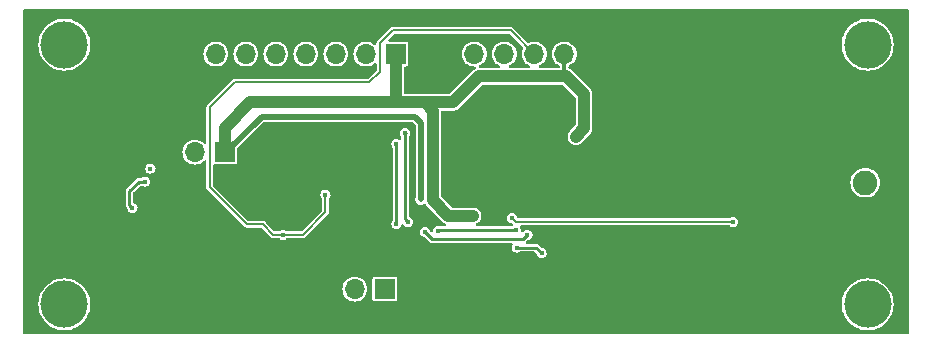
<source format=gbr>
%TF.GenerationSoftware,KiCad,Pcbnew,7.0.9*%
%TF.CreationDate,2024-11-24T18:14:13+08:00*%
%TF.ProjectId,node_v0.1,6e6f6465-5f76-4302-9e31-2e6b69636164,rev?*%
%TF.SameCoordinates,Original*%
%TF.FileFunction,Copper,L2,Bot*%
%TF.FilePolarity,Positive*%
%FSLAX46Y46*%
G04 Gerber Fmt 4.6, Leading zero omitted, Abs format (unit mm)*
G04 Created by KiCad (PCBNEW 7.0.9) date 2024-11-24 18:14:13*
%MOMM*%
%LPD*%
G01*
G04 APERTURE LIST*
%TA.AperFunction,ComponentPad*%
%ADD10R,1.700000X1.700000*%
%TD*%
%TA.AperFunction,ComponentPad*%
%ADD11O,1.700000X1.700000*%
%TD*%
%TA.AperFunction,ComponentPad*%
%ADD12C,2.082800*%
%TD*%
%TA.AperFunction,ComponentPad*%
%ADD13C,2.209800*%
%TD*%
%TA.AperFunction,ViaPad*%
%ADD14C,0.450000*%
%TD*%
%TA.AperFunction,ViaPad*%
%ADD15C,4.000000*%
%TD*%
%TA.AperFunction,ViaPad*%
%ADD16C,0.550000*%
%TD*%
%TA.AperFunction,Conductor*%
%ADD17C,0.250000*%
%TD*%
%TA.AperFunction,Conductor*%
%ADD18C,0.200000*%
%TD*%
%TA.AperFunction,Conductor*%
%ADD19C,0.500000*%
%TD*%
%TA.AperFunction,Conductor*%
%ADD20C,0.230000*%
%TD*%
%TA.AperFunction,Conductor*%
%ADD21C,0.152400*%
%TD*%
%TA.AperFunction,Conductor*%
%ADD22C,0.156000*%
%TD*%
%TA.AperFunction,Conductor*%
%ADD23C,0.100000*%
%TD*%
%TA.AperFunction,Conductor*%
%ADD24C,0.300000*%
%TD*%
%TA.AperFunction,Conductor*%
%ADD25C,1.000000*%
%TD*%
G04 APERTURE END LIST*
D10*
%TO.P,J5,1,Pin_1*%
%TO.N,+3.3V*%
X97075000Y-65100000D03*
D11*
%TO.P,J5,2,Pin_2*%
%TO.N,Net-(J5-Pin_2)*%
X94535000Y-65100000D03*
%TD*%
D10*
%TO.P,J4,1,Pin_1*%
%TO.N,+3.3V*%
X111560000Y-56800000D03*
D11*
%TO.P,J4,2,Pin_2*%
%TO.N,Net-(J4-Pin_2)*%
X109020000Y-56800000D03*
%TO.P,J4,3,Pin_3*%
%TO.N,Net-(J4-Pin_3)*%
X106480000Y-56800000D03*
%TO.P,J4,4,Pin_4*%
%TO.N,/MCU/PA15*%
X103940000Y-56800000D03*
%TO.P,J4,5,Pin_5*%
%TO.N,Net-(J4-Pin_5)*%
X101400000Y-56800000D03*
%TO.P,J4,6,Pin_6*%
%TO.N,Net-(J4-Pin_6)*%
X98860000Y-56800000D03*
%TO.P,J4,7,Pin_7*%
%TO.N,Net-(J4-Pin_7)*%
X96320000Y-56800000D03*
%TO.P,J4,8,Pin_8*%
%TO.N,GND*%
X93780000Y-56800000D03*
%TD*%
D10*
%TO.P,J1,1,Pin_1*%
%TO.N,GND*%
X115660000Y-56800000D03*
D11*
%TO.P,J1,2,Pin_2*%
%TO.N,/MCU/SWCLK*%
X118200000Y-56800000D03*
%TO.P,J1,3,Pin_3*%
%TO.N,/MCU/SWDIO*%
X120740000Y-56800000D03*
%TO.P,J1,4,Pin_4*%
%TO.N,~{RESET}*%
X123280000Y-56800000D03*
%TO.P,J1,5,Pin_5*%
%TO.N,+3.3V*%
X125820000Y-56800000D03*
%TD*%
D12*
%TO.P,AE1,1,A*%
%TO.N,Net-(AE1-A)*%
X151300000Y-67700000D03*
D13*
%TO.P,AE1,2,GND*%
%TO.N,GND*%
X153840000Y-65160000D03*
X148760000Y-65160000D03*
X153840000Y-70240000D03*
X148760000Y-70240000D03*
%TD*%
D10*
%TO.P,J2,1,Pin_1*%
%TO.N,Net-(J2-Pin_1)*%
X110625000Y-76700000D03*
D11*
%TO.P,J2,2,Pin_2*%
%TO.N,Net-(J2-Pin_2)*%
X108085000Y-76700000D03*
%TO.P,J2,3,Pin_3*%
%TO.N,GND*%
X105545000Y-76700000D03*
%TD*%
D14*
%TO.N,GND*%
X138600000Y-72000000D03*
X133700000Y-71900000D03*
X130000000Y-71900000D03*
X126900000Y-71900000D03*
X118100000Y-62800000D03*
X117000000Y-63800000D03*
X116000000Y-64800000D03*
X103800000Y-63100000D03*
X102300000Y-63100000D03*
X101100000Y-63100000D03*
X112900000Y-62900000D03*
X113700000Y-69900000D03*
X112900000Y-65700000D03*
X116800000Y-62000000D03*
X117700000Y-61000000D03*
X118800000Y-60000000D03*
X116100000Y-62500000D03*
X126100000Y-60200000D03*
X124800000Y-60200000D03*
X123200000Y-60200000D03*
X121700000Y-60200000D03*
X120400000Y-61200000D03*
X121200000Y-61200000D03*
X121900000Y-61200000D03*
X122600000Y-61200000D03*
X100900000Y-69500000D03*
X100900000Y-68800000D03*
X101500000Y-65000000D03*
X100900000Y-65700000D03*
X100900000Y-66500000D03*
X100900000Y-67300000D03*
X94000000Y-70300000D03*
X94000000Y-69600000D03*
X116500000Y-66300000D03*
X117200000Y-66300000D03*
X115900000Y-66900000D03*
X115900000Y-68300000D03*
X139800000Y-69600000D03*
X139800000Y-66800000D03*
X131400000Y-69600000D03*
X130600000Y-69300000D03*
X139100000Y-66100000D03*
X126200000Y-69400000D03*
X127600000Y-69600000D03*
X129600000Y-69500000D03*
X128800000Y-69500000D03*
X131000000Y-67600000D03*
X133000000Y-65200000D03*
X132300000Y-65200000D03*
X131600000Y-65200000D03*
X130900000Y-65200000D03*
X150500000Y-69300000D03*
X151500000Y-69500000D03*
X152600000Y-68900000D03*
X153000000Y-67900000D03*
X152700000Y-66600000D03*
X151700000Y-65900000D03*
X150400000Y-66100000D03*
X142700000Y-68800000D03*
X147200000Y-68800000D03*
X148300000Y-68800000D03*
X149600000Y-68800000D03*
X149500000Y-66600000D03*
X148300000Y-66600000D03*
X147200000Y-66600000D03*
X137000000Y-65900000D03*
X136100000Y-65900000D03*
X135200000Y-65900000D03*
X134200000Y-65900000D03*
X139800000Y-66100000D03*
X138400000Y-66100000D03*
X139200000Y-69600000D03*
D15*
%TO.N,*%
X151500000Y-56000000D03*
X151500000Y-78000000D03*
X83500000Y-78000000D03*
X83500000Y-56000000D03*
D14*
%TO.N,GND*%
X112700000Y-72100000D03*
X106300000Y-63300000D03*
X107400000Y-64000000D03*
X109100000Y-67700000D03*
X110600000Y-69100000D03*
X113600000Y-70600000D03*
X122500000Y-69400000D03*
X122600000Y-68500000D03*
X123500000Y-69400000D03*
X123500000Y-68500000D03*
X124400000Y-69400000D03*
X124400000Y-68500000D03*
X124400000Y-67600000D03*
X123500000Y-67600000D03*
X122600000Y-67600000D03*
X87000000Y-64750000D03*
X85900000Y-64900000D03*
X85900000Y-63800000D03*
X93800000Y-61200000D03*
X93800000Y-59400000D03*
X93800000Y-66900000D03*
X94700000Y-66900000D03*
X94000000Y-67700000D03*
X94000000Y-68300000D03*
X94000000Y-68900000D03*
X93424503Y-70600000D03*
X92800000Y-70600000D03*
X92100000Y-70600000D03*
X91400000Y-70600000D03*
X130700000Y-70100000D03*
X129300000Y-70100000D03*
X127900000Y-70100000D03*
X146000000Y-66600000D03*
X146200000Y-69500000D03*
X145400000Y-68800000D03*
X144400000Y-68800000D03*
X143600000Y-69500000D03*
X141700000Y-68800000D03*
X145000000Y-66600000D03*
X144000000Y-66600000D03*
X142900000Y-66600000D03*
X141900000Y-66600000D03*
X142800000Y-64300000D03*
X141800000Y-63400000D03*
X139800000Y-68700000D03*
X139800000Y-67400000D03*
X140900000Y-71900000D03*
X142000000Y-71900000D03*
X138500000Y-69600000D03*
X137600000Y-69600000D03*
X136700000Y-69600000D03*
X135700000Y-69600000D03*
X134700000Y-69600000D03*
X133700000Y-69600000D03*
X132800000Y-69600000D03*
X132100000Y-69600000D03*
X131700000Y-67700000D03*
X132700000Y-67700000D03*
X133700000Y-67700000D03*
X134700000Y-67700000D03*
X135700000Y-67700000D03*
X136900000Y-67700000D03*
X137800000Y-67700000D03*
X139800000Y-68100000D03*
X137600000Y-64700000D03*
X136400000Y-64700000D03*
X135100000Y-64700000D03*
X134100000Y-64700000D03*
X130100000Y-64700000D03*
X131600000Y-63800000D03*
X130100000Y-63800000D03*
X128500000Y-63800000D03*
X126400000Y-62200000D03*
X119500000Y-61300000D03*
X125100000Y-61200000D03*
X124500000Y-61200000D03*
X123800000Y-61200000D03*
X123200000Y-61200000D03*
X120600000Y-60200000D03*
X118900000Y-62300000D03*
X118900000Y-63500000D03*
X120100000Y-64500000D03*
X123800000Y-64700000D03*
X124500000Y-64300000D03*
X120500000Y-65700000D03*
X115900000Y-68900000D03*
X119100000Y-66300000D03*
X118500000Y-66300000D03*
X117875497Y-66300000D03*
X115900000Y-66100000D03*
X115900000Y-67600000D03*
X88300000Y-67000000D03*
X88300000Y-66000000D03*
X88300000Y-64900000D03*
X88300000Y-63800000D03*
X99300000Y-72900000D03*
X99300000Y-71900000D03*
X104800000Y-72700000D03*
X105800000Y-72700000D03*
X106200000Y-71400000D03*
X109100000Y-69100000D03*
X110600000Y-67700000D03*
X109800000Y-68400000D03*
X100900000Y-68100000D03*
X101800000Y-69500000D03*
X104400000Y-66300000D03*
X104300000Y-64900000D03*
X106300000Y-64800000D03*
%TO.N,Net-(J3-Pin_1)*%
X90300000Y-67600000D03*
X89257914Y-69810432D03*
%TO.N,Net-(J5-Pin_2)*%
X90780000Y-66500000D03*
%TO.N,GND*%
X126600000Y-69900000D03*
X121500000Y-65700000D03*
X119300000Y-68200000D03*
%TO.N,/Lora/DIO2*%
X140100000Y-71000000D03*
X121400000Y-70700000D03*
D16*
%TO.N,+3.3V*%
X126800000Y-63800000D03*
X118100000Y-70500000D03*
D14*
%TO.N,Net-(J4-Pin_3)*%
X111605731Y-64405731D03*
%TO.N,Net-(J4-Pin_2)*%
X112320231Y-63500000D03*
%TO.N,Net-(J4-Pin_3)*%
X111605731Y-71195274D03*
%TO.N,Net-(J4-Pin_2)*%
X112585500Y-71000000D03*
%TO.N,~{LORA_RST}*%
X122700000Y-72100000D03*
X114014500Y-71837522D03*
%TO.N,LORA_BUSY*%
X121700000Y-71700000D03*
X115115092Y-71756000D03*
%TO.N,SPI_MOSI*%
X123894772Y-73655500D03*
X121800000Y-73185500D03*
%TO.N,+3.3V*%
X113665723Y-69115024D03*
%TO.N,~{RESET}*%
X102000000Y-72100000D03*
X105600000Y-68700000D03*
%TD*%
D17*
%TO.N,Net-(J3-Pin_1)*%
X89800000Y-67600000D02*
X90300000Y-67600000D01*
X89000000Y-68400000D02*
X89800000Y-67600000D01*
X89000000Y-69552518D02*
X89000000Y-68400000D01*
X89257914Y-69810432D02*
X89000000Y-69552518D01*
D18*
%TO.N,GND*%
X119300000Y-66700000D02*
X120300000Y-65700000D01*
X120300000Y-65700000D02*
X121500000Y-65700000D01*
X119300000Y-68200000D02*
X119300000Y-66700000D01*
D19*
%TO.N,+3.3V*%
X113700000Y-62600000D02*
X113200000Y-62100000D01*
X113200000Y-62100000D02*
X100200000Y-62100000D01*
X113700000Y-69080747D02*
X113700000Y-62600000D01*
X113665723Y-69115024D02*
X113700000Y-69080747D01*
X100200000Y-62100000D02*
X97200000Y-65100000D01*
X97200000Y-65100000D02*
X97075000Y-65100000D01*
D20*
%TO.N,Net-(J4-Pin_2)*%
X112320231Y-70734731D02*
X112320231Y-63500000D01*
X112585500Y-71000000D02*
X112320231Y-70734731D01*
X112400000Y-63500000D02*
X112320231Y-63500000D01*
D21*
%TO.N,~{RESET}*%
X101200000Y-72100000D02*
X102400000Y-72100000D01*
X100323800Y-71223800D02*
X101200000Y-72100000D01*
X98923800Y-71223800D02*
X100323800Y-71223800D01*
X95800000Y-68100000D02*
X98923800Y-71223800D01*
X97900000Y-59200000D02*
X95800000Y-61300000D01*
X109300000Y-59200000D02*
X97900000Y-59200000D01*
X110200000Y-55900000D02*
X110200000Y-58300000D01*
X121280000Y-54800000D02*
X111300000Y-54800000D01*
X123280000Y-56800000D02*
X121280000Y-54800000D01*
X111300000Y-54800000D02*
X110200000Y-55900000D01*
X110200000Y-58300000D02*
X109300000Y-59200000D01*
X95800000Y-61300000D02*
X95800000Y-68100000D01*
X102400000Y-72100000D02*
X102000000Y-72100000D01*
X103700000Y-72100000D02*
X102400000Y-72100000D01*
D22*
%TO.N,/Lora/DIO2*%
X121700000Y-71000000D02*
X140100000Y-71000000D01*
X121400000Y-70700000D02*
X121700000Y-71000000D01*
D23*
%TO.N,+3.3V*%
X125820000Y-58520000D02*
X126000000Y-58700000D01*
D24*
X125820000Y-56800000D02*
X125820000Y-58520000D01*
D25*
X126000000Y-58700000D02*
X127500000Y-60200000D01*
X117600000Y-59700000D02*
X118600000Y-58700000D01*
X118600000Y-58700000D02*
X126000000Y-58700000D01*
X116000000Y-70500000D02*
X118100000Y-70500000D01*
X114700000Y-69200000D02*
X116000000Y-70500000D01*
X114700000Y-61600000D02*
X114700000Y-69200000D01*
X114000000Y-60900000D02*
X114700000Y-61600000D01*
X112900000Y-60900000D02*
X114000000Y-60900000D01*
X127500000Y-63100000D02*
X126800000Y-63800000D01*
X127500000Y-60200000D02*
X127500000Y-63100000D01*
X116400000Y-60900000D02*
X117600000Y-59700000D01*
X112900000Y-60900000D02*
X116400000Y-60900000D01*
X127000000Y-59700000D02*
X127500000Y-60200000D01*
X111700000Y-60900000D02*
X112900000Y-60900000D01*
D20*
%TO.N,LORA_BUSY*%
X115115092Y-71756000D02*
X115171092Y-71700000D01*
X115171092Y-71700000D02*
X121700000Y-71700000D01*
%TO.N,~{LORA_RST}*%
X122329500Y-72470500D02*
X122700000Y-72100000D01*
X114014500Y-71837522D02*
X114647478Y-72470500D01*
X114647478Y-72470500D02*
X122329500Y-72470500D01*
D25*
%TO.N,+3.3V*%
X111560000Y-56900000D02*
X111560000Y-60760000D01*
X111560000Y-60760000D02*
X111700000Y-60900000D01*
X99200000Y-60900000D02*
X111700000Y-60900000D01*
X97075000Y-63025000D02*
X99200000Y-60900000D01*
X97075000Y-65100000D02*
X97075000Y-63025000D01*
D20*
%TO.N,Net-(J4-Pin_3)*%
X111600000Y-64400000D02*
X111605731Y-64405731D01*
X111605731Y-71195274D02*
X111605731Y-64405731D01*
%TO.N,SPI_MOSI*%
X123424772Y-73185500D02*
X123894772Y-73655500D01*
X121800000Y-73185500D02*
X123424772Y-73185500D01*
D21*
%TO.N,~{RESET}*%
X105600000Y-70200000D02*
X103700000Y-72100000D01*
X105600000Y-68700000D02*
X105600000Y-70200000D01*
%TD*%
%TA.AperFunction,Conductor*%
%TO.N,GND*%
G36*
X121181064Y-55096385D02*
G01*
X121201706Y-55113019D01*
X122302425Y-56213738D01*
X122335910Y-56275061D01*
X122330926Y-56344753D01*
X122324104Y-56359869D01*
X122304769Y-56396043D01*
X122244699Y-56594067D01*
X122224417Y-56800000D01*
X122244699Y-57005932D01*
X122244700Y-57005934D01*
X122304768Y-57203954D01*
X122402315Y-57386450D01*
X122402317Y-57386452D01*
X122533589Y-57546410D01*
X122617906Y-57615606D01*
X122693550Y-57677685D01*
X122827943Y-57749520D01*
X122859040Y-57766142D01*
X122908884Y-57815105D01*
X122924344Y-57883243D01*
X122900512Y-57948922D01*
X122844954Y-57991291D01*
X122800586Y-57999500D01*
X121219414Y-57999500D01*
X121152375Y-57979815D01*
X121106620Y-57927011D01*
X121096676Y-57857853D01*
X121125701Y-57794297D01*
X121160960Y-57766142D01*
X121192057Y-57749520D01*
X121326450Y-57677685D01*
X121486410Y-57546410D01*
X121617685Y-57386450D01*
X121715232Y-57203954D01*
X121775300Y-57005934D01*
X121795583Y-56800000D01*
X121775300Y-56594066D01*
X121715232Y-56396046D01*
X121617685Y-56213550D01*
X121565702Y-56150209D01*
X121486410Y-56053589D01*
X121336121Y-55930252D01*
X121326450Y-55922315D01*
X121143954Y-55824768D01*
X120945934Y-55764700D01*
X120945932Y-55764699D01*
X120945934Y-55764699D01*
X120740000Y-55744417D01*
X120534067Y-55764699D01*
X120336043Y-55824769D01*
X120282272Y-55853511D01*
X120153550Y-55922315D01*
X120153548Y-55922316D01*
X120153547Y-55922317D01*
X119993589Y-56053589D01*
X119862317Y-56213547D01*
X119862315Y-56213550D01*
X119823643Y-56285898D01*
X119764769Y-56396043D01*
X119704699Y-56594067D01*
X119684417Y-56800000D01*
X119704699Y-57005932D01*
X119704700Y-57005934D01*
X119764768Y-57203954D01*
X119862315Y-57386450D01*
X119862317Y-57386452D01*
X119993589Y-57546410D01*
X120077906Y-57615606D01*
X120153550Y-57677685D01*
X120287943Y-57749520D01*
X120319040Y-57766142D01*
X120368884Y-57815105D01*
X120384344Y-57883243D01*
X120360512Y-57948922D01*
X120304954Y-57991291D01*
X120260586Y-57999500D01*
X118679414Y-57999500D01*
X118612375Y-57979815D01*
X118566620Y-57927011D01*
X118556676Y-57857853D01*
X118585701Y-57794297D01*
X118620960Y-57766142D01*
X118652057Y-57749520D01*
X118786450Y-57677685D01*
X118946410Y-57546410D01*
X119077685Y-57386450D01*
X119175232Y-57203954D01*
X119235300Y-57005934D01*
X119255583Y-56800000D01*
X119235300Y-56594066D01*
X119175232Y-56396046D01*
X119077685Y-56213550D01*
X119025702Y-56150209D01*
X118946410Y-56053589D01*
X118796121Y-55930252D01*
X118786450Y-55922315D01*
X118603954Y-55824768D01*
X118405934Y-55764700D01*
X118405932Y-55764699D01*
X118405934Y-55764699D01*
X118200000Y-55744417D01*
X117994067Y-55764699D01*
X117796043Y-55824769D01*
X117742272Y-55853511D01*
X117613550Y-55922315D01*
X117613548Y-55922316D01*
X117613547Y-55922317D01*
X117453589Y-56053589D01*
X117322317Y-56213547D01*
X117322315Y-56213550D01*
X117283643Y-56285898D01*
X117224769Y-56396043D01*
X117164699Y-56594067D01*
X117144417Y-56800000D01*
X117164699Y-57005932D01*
X117164700Y-57005934D01*
X117224768Y-57203954D01*
X117322315Y-57386450D01*
X117322317Y-57386452D01*
X117453589Y-57546410D01*
X117537906Y-57615606D01*
X117613550Y-57677685D01*
X117796046Y-57775232D01*
X117994066Y-57835300D01*
X117994065Y-57835300D01*
X118030282Y-57838867D01*
X118200000Y-57855583D01*
X118200001Y-57855582D01*
X118204288Y-57856005D01*
X118269075Y-57882166D01*
X118309434Y-57939200D01*
X118312551Y-58009000D01*
X118277437Y-58069405D01*
X118243033Y-58092480D01*
X118234947Y-58096119D01*
X118186135Y-58134360D01*
X118183120Y-58136579D01*
X118132072Y-58171816D01*
X118132065Y-58171822D01*
X118090935Y-58218248D01*
X118088368Y-58220974D01*
X117117191Y-59192151D01*
X116146162Y-60163181D01*
X116084839Y-60196666D01*
X116058481Y-60199500D01*
X114074927Y-60199500D01*
X114052576Y-60197469D01*
X114042607Y-60195642D01*
X114042603Y-60195642D01*
X113980697Y-60199387D01*
X113976952Y-60199500D01*
X112384500Y-60199500D01*
X112317461Y-60179815D01*
X112271706Y-60127011D01*
X112260500Y-60075500D01*
X112260500Y-57974500D01*
X112280185Y-57907461D01*
X112332989Y-57861706D01*
X112384500Y-57850500D01*
X112429750Y-57850500D01*
X112429751Y-57850499D01*
X112444568Y-57847552D01*
X112488229Y-57838868D01*
X112488229Y-57838867D01*
X112488231Y-57838867D01*
X112554552Y-57794552D01*
X112598867Y-57728231D01*
X112598867Y-57728229D01*
X112598868Y-57728229D01*
X112610499Y-57669752D01*
X112610500Y-57669750D01*
X112610500Y-55930249D01*
X112610499Y-55930247D01*
X112598868Y-55871770D01*
X112598867Y-55871769D01*
X112554552Y-55805447D01*
X112488230Y-55761132D01*
X112488229Y-55761131D01*
X112429752Y-55749500D01*
X112429748Y-55749500D01*
X111041175Y-55749500D01*
X110974136Y-55729815D01*
X110928381Y-55677011D01*
X110918437Y-55607853D01*
X110947462Y-55544297D01*
X110953494Y-55537819D01*
X111378294Y-55113019D01*
X111439617Y-55079534D01*
X111465975Y-55076700D01*
X121114025Y-55076700D01*
X121181064Y-55096385D01*
G37*
%TD.AperFunction*%
%TA.AperFunction,Conductor*%
G36*
X154943039Y-53019685D02*
G01*
X154988794Y-53072489D01*
X155000000Y-53124000D01*
X155000000Y-80375500D01*
X154980315Y-80442539D01*
X154927511Y-80488294D01*
X154876000Y-80499500D01*
X80124500Y-80499500D01*
X80057461Y-80479815D01*
X80011706Y-80427011D01*
X80000500Y-80375500D01*
X80000500Y-78000000D01*
X81294778Y-78000000D01*
X81313644Y-78287837D01*
X81313646Y-78287849D01*
X81369917Y-78570745D01*
X81369921Y-78570760D01*
X81462642Y-78843905D01*
X81590219Y-79102606D01*
X81590223Y-79102613D01*
X81750478Y-79342452D01*
X81940672Y-79559327D01*
X82157546Y-79749520D01*
X82397389Y-79909778D01*
X82656098Y-80037359D01*
X82929247Y-80130081D01*
X83212161Y-80186356D01*
X83500000Y-80205222D01*
X83787839Y-80186356D01*
X84070753Y-80130081D01*
X84343902Y-80037359D01*
X84602611Y-79909778D01*
X84842454Y-79749520D01*
X85059327Y-79559327D01*
X85249520Y-79342454D01*
X85409778Y-79102611D01*
X85537359Y-78843902D01*
X85630081Y-78570753D01*
X85686356Y-78287839D01*
X85705222Y-78000000D01*
X149294778Y-78000000D01*
X149313644Y-78287837D01*
X149313646Y-78287849D01*
X149369917Y-78570745D01*
X149369921Y-78570760D01*
X149462642Y-78843905D01*
X149590219Y-79102606D01*
X149590223Y-79102613D01*
X149750478Y-79342452D01*
X149940672Y-79559327D01*
X150157546Y-79749520D01*
X150397389Y-79909778D01*
X150656098Y-80037359D01*
X150929247Y-80130081D01*
X151212161Y-80186356D01*
X151500000Y-80205222D01*
X151787839Y-80186356D01*
X152070753Y-80130081D01*
X152343902Y-80037359D01*
X152602611Y-79909778D01*
X152842454Y-79749520D01*
X153059327Y-79559327D01*
X153249520Y-79342454D01*
X153409778Y-79102611D01*
X153537359Y-78843902D01*
X153630081Y-78570753D01*
X153686356Y-78287839D01*
X153705222Y-78000000D01*
X153686356Y-77712161D01*
X153630081Y-77429247D01*
X153537359Y-77156098D01*
X153409778Y-76897389D01*
X153249520Y-76657546D01*
X153059327Y-76440672D01*
X152842452Y-76250478D01*
X152602613Y-76090223D01*
X152602606Y-76090219D01*
X152343905Y-75962642D01*
X152070760Y-75869921D01*
X152070754Y-75869919D01*
X152070753Y-75869919D01*
X152070751Y-75869918D01*
X152070745Y-75869917D01*
X151787849Y-75813646D01*
X151787839Y-75813644D01*
X151500000Y-75794778D01*
X151212161Y-75813644D01*
X151212155Y-75813645D01*
X151212150Y-75813646D01*
X150929254Y-75869917D01*
X150929239Y-75869921D01*
X150656094Y-75962642D01*
X150397393Y-76090219D01*
X150397386Y-76090223D01*
X150157547Y-76250478D01*
X149940672Y-76440672D01*
X149750478Y-76657547D01*
X149590223Y-76897386D01*
X149590219Y-76897393D01*
X149462642Y-77156094D01*
X149369921Y-77429239D01*
X149369917Y-77429254D01*
X149313646Y-77712150D01*
X149313644Y-77712162D01*
X149294778Y-78000000D01*
X85705222Y-78000000D01*
X85686356Y-77712161D01*
X85630081Y-77429247D01*
X85537359Y-77156098D01*
X85409778Y-76897389D01*
X85277887Y-76700000D01*
X107029417Y-76700000D01*
X107049699Y-76905932D01*
X107049700Y-76905934D01*
X107109768Y-77103954D01*
X107207315Y-77286450D01*
X107207317Y-77286452D01*
X107338589Y-77446410D01*
X107435209Y-77525702D01*
X107498550Y-77577685D01*
X107681046Y-77675232D01*
X107879066Y-77735300D01*
X107879065Y-77735300D01*
X107897529Y-77737118D01*
X108085000Y-77755583D01*
X108290934Y-77735300D01*
X108488954Y-77675232D01*
X108671450Y-77577685D01*
X108681116Y-77569752D01*
X109574500Y-77569752D01*
X109586131Y-77628229D01*
X109586132Y-77628230D01*
X109630447Y-77694552D01*
X109696769Y-77738867D01*
X109696770Y-77738868D01*
X109755247Y-77750499D01*
X109755250Y-77750500D01*
X109755252Y-77750500D01*
X111494750Y-77750500D01*
X111494751Y-77750499D01*
X111509568Y-77747552D01*
X111553229Y-77738868D01*
X111553229Y-77738867D01*
X111553231Y-77738867D01*
X111619552Y-77694552D01*
X111663867Y-77628231D01*
X111663867Y-77628229D01*
X111663868Y-77628229D01*
X111675499Y-77569752D01*
X111675500Y-77569750D01*
X111675500Y-75830249D01*
X111675499Y-75830247D01*
X111663868Y-75771770D01*
X111663867Y-75771769D01*
X111619552Y-75705447D01*
X111553230Y-75661132D01*
X111553229Y-75661131D01*
X111494752Y-75649500D01*
X111494748Y-75649500D01*
X109755252Y-75649500D01*
X109755247Y-75649500D01*
X109696770Y-75661131D01*
X109696769Y-75661132D01*
X109630447Y-75705447D01*
X109586132Y-75771769D01*
X109586131Y-75771770D01*
X109574500Y-75830247D01*
X109574500Y-77569752D01*
X108681116Y-77569752D01*
X108831410Y-77446410D01*
X108962685Y-77286450D01*
X109060232Y-77103954D01*
X109120300Y-76905934D01*
X109140583Y-76700000D01*
X109120300Y-76494066D01*
X109060232Y-76296046D01*
X108962685Y-76113550D01*
X108838839Y-75962642D01*
X108831410Y-75953589D01*
X108681121Y-75830252D01*
X108671450Y-75822315D01*
X108488954Y-75724768D01*
X108290934Y-75664700D01*
X108290932Y-75664699D01*
X108290934Y-75664699D01*
X108085000Y-75644417D01*
X107879067Y-75664699D01*
X107681043Y-75724769D01*
X107593114Y-75771769D01*
X107498550Y-75822315D01*
X107498548Y-75822316D01*
X107498547Y-75822317D01*
X107338589Y-75953589D01*
X107207317Y-76113547D01*
X107109769Y-76296043D01*
X107049699Y-76494067D01*
X107029417Y-76700000D01*
X85277887Y-76700000D01*
X85249520Y-76657546D01*
X85059327Y-76440672D01*
X84842452Y-76250478D01*
X84602613Y-76090223D01*
X84602606Y-76090219D01*
X84343905Y-75962642D01*
X84070760Y-75869921D01*
X84070754Y-75869919D01*
X84070753Y-75869919D01*
X84070751Y-75869918D01*
X84070745Y-75869917D01*
X83787849Y-75813646D01*
X83787839Y-75813644D01*
X83500000Y-75794778D01*
X83212161Y-75813644D01*
X83212155Y-75813645D01*
X83212150Y-75813646D01*
X82929254Y-75869917D01*
X82929239Y-75869921D01*
X82656094Y-75962642D01*
X82397393Y-76090219D01*
X82397386Y-76090223D01*
X82157547Y-76250478D01*
X81940672Y-76440672D01*
X81750478Y-76657547D01*
X81590223Y-76897386D01*
X81590219Y-76897393D01*
X81462642Y-77156094D01*
X81369921Y-77429239D01*
X81369917Y-77429254D01*
X81313646Y-77712150D01*
X81313644Y-77712162D01*
X81294778Y-78000000D01*
X80000500Y-78000000D01*
X80000500Y-69581326D01*
X88670735Y-69581326D01*
X88681212Y-69620428D01*
X88682383Y-69625708D01*
X88689411Y-69665561D01*
X88691235Y-69670573D01*
X88698197Y-69687379D01*
X88700445Y-69692199D01*
X88700446Y-69692202D01*
X88712241Y-69709047D01*
X88723655Y-69725349D01*
X88726561Y-69729910D01*
X88746806Y-69764973D01*
X88777815Y-69790993D01*
X88781805Y-69794649D01*
X88804175Y-69817019D01*
X88837660Y-69878342D01*
X88838967Y-69885301D01*
X88848194Y-69943555D01*
X88848193Y-69943555D01*
X88848195Y-69943558D01*
X88909386Y-70063652D01*
X88909388Y-70063654D01*
X88909390Y-70063657D01*
X89004688Y-70158955D01*
X89004692Y-70158958D01*
X89004694Y-70158960D01*
X89124788Y-70220151D01*
X89124790Y-70220151D01*
X89124792Y-70220152D01*
X89257912Y-70241236D01*
X89257914Y-70241236D01*
X89257916Y-70241236D01*
X89391035Y-70220152D01*
X89391035Y-70220151D01*
X89391040Y-70220151D01*
X89511134Y-70158960D01*
X89606442Y-70063652D01*
X89667633Y-69943558D01*
X89678463Y-69875182D01*
X89688718Y-69810434D01*
X89688718Y-69810429D01*
X89667634Y-69677310D01*
X89667633Y-69677308D01*
X89667633Y-69677306D01*
X89606442Y-69557212D01*
X89606440Y-69557210D01*
X89606437Y-69557206D01*
X89511139Y-69461908D01*
X89511134Y-69461904D01*
X89393205Y-69401816D01*
X89342409Y-69353841D01*
X89325500Y-69291331D01*
X89325500Y-68586188D01*
X89345185Y-68519149D01*
X89361819Y-68498507D01*
X89627055Y-68233271D01*
X89893714Y-67966611D01*
X89955035Y-67933128D01*
X90024726Y-67938112D01*
X90037612Y-67945023D01*
X90038085Y-67944097D01*
X90046778Y-67948526D01*
X90046780Y-67948528D01*
X90166874Y-68009719D01*
X90166876Y-68009719D01*
X90166878Y-68009720D01*
X90299998Y-68030804D01*
X90300000Y-68030804D01*
X90300002Y-68030804D01*
X90433121Y-68009720D01*
X90433121Y-68009719D01*
X90433126Y-68009719D01*
X90553220Y-67948528D01*
X90648528Y-67853220D01*
X90709719Y-67733126D01*
X90709720Y-67733121D01*
X90730804Y-67600002D01*
X90730804Y-67599997D01*
X90709720Y-67466878D01*
X90709719Y-67466876D01*
X90709719Y-67466874D01*
X90648528Y-67346780D01*
X90648526Y-67346778D01*
X90648523Y-67346774D01*
X90553225Y-67251476D01*
X90553221Y-67251473D01*
X90553220Y-67251472D01*
X90433126Y-67190281D01*
X90433124Y-67190280D01*
X90433121Y-67190279D01*
X90300002Y-67169196D01*
X90299998Y-67169196D01*
X90166878Y-67190279D01*
X90166874Y-67190280D01*
X90166874Y-67190281D01*
X90046780Y-67251472D01*
X90046778Y-67251473D01*
X90038085Y-67255903D01*
X90037368Y-67254497D01*
X89981872Y-67274298D01*
X89974795Y-67274500D01*
X89816922Y-67274500D01*
X89811518Y-67274264D01*
X89806107Y-67273790D01*
X89771192Y-67270735D01*
X89771191Y-67270735D01*
X89732091Y-67281212D01*
X89726811Y-67282383D01*
X89686959Y-67289410D01*
X89681961Y-67291229D01*
X89665117Y-67298206D01*
X89660313Y-67300446D01*
X89627166Y-67323656D01*
X89622606Y-67326562D01*
X89587548Y-67346804D01*
X89587540Y-67346810D01*
X89561523Y-67377815D01*
X89557869Y-67381804D01*
X88781803Y-68157870D01*
X88777814Y-68161525D01*
X88746805Y-68187545D01*
X88726562Y-68222606D01*
X88723656Y-68227166D01*
X88700446Y-68260313D01*
X88698206Y-68265117D01*
X88691229Y-68281961D01*
X88689410Y-68286959D01*
X88682383Y-68326811D01*
X88681212Y-68332091D01*
X88670735Y-68371191D01*
X88674264Y-68411513D01*
X88674500Y-68416920D01*
X88674500Y-69535596D01*
X88674264Y-69541003D01*
X88670735Y-69581326D01*
X80000500Y-69581326D01*
X80000500Y-66500002D01*
X90349196Y-66500002D01*
X90370279Y-66633121D01*
X90370280Y-66633124D01*
X90370281Y-66633126D01*
X90427292Y-66745016D01*
X90431473Y-66753221D01*
X90431476Y-66753225D01*
X90526774Y-66848523D01*
X90526778Y-66848526D01*
X90526780Y-66848528D01*
X90646874Y-66909719D01*
X90646876Y-66909719D01*
X90646878Y-66909720D01*
X90779998Y-66930804D01*
X90780000Y-66930804D01*
X90780002Y-66930804D01*
X90913121Y-66909720D01*
X90913121Y-66909719D01*
X90913126Y-66909719D01*
X91033220Y-66848528D01*
X91128528Y-66753220D01*
X91189719Y-66633126D01*
X91206284Y-66528538D01*
X91210804Y-66500002D01*
X91210804Y-66499997D01*
X91189720Y-66366878D01*
X91189719Y-66366876D01*
X91189719Y-66366874D01*
X91128528Y-66246780D01*
X91128526Y-66246778D01*
X91128523Y-66246774D01*
X91033225Y-66151476D01*
X91033221Y-66151473D01*
X91033220Y-66151472D01*
X90913126Y-66090281D01*
X90913124Y-66090280D01*
X90913121Y-66090279D01*
X90780002Y-66069196D01*
X90779998Y-66069196D01*
X90646878Y-66090279D01*
X90526778Y-66151473D01*
X90526774Y-66151476D01*
X90431476Y-66246774D01*
X90431473Y-66246778D01*
X90370279Y-66366878D01*
X90349196Y-66499997D01*
X90349196Y-66500002D01*
X80000500Y-66500002D01*
X80000500Y-65100000D01*
X93479417Y-65100000D01*
X93499699Y-65305932D01*
X93499700Y-65305934D01*
X93559768Y-65503954D01*
X93657315Y-65686450D01*
X93657317Y-65686452D01*
X93788589Y-65846410D01*
X93885209Y-65925702D01*
X93948550Y-65977685D01*
X94131046Y-66075232D01*
X94329066Y-66135300D01*
X94329065Y-66135300D01*
X94347529Y-66137118D01*
X94535000Y-66155583D01*
X94740934Y-66135300D01*
X94938954Y-66075232D01*
X95121450Y-65977685D01*
X95281410Y-65846410D01*
X95303446Y-65819559D01*
X95361191Y-65780224D01*
X95431036Y-65778353D01*
X95490805Y-65814540D01*
X95521521Y-65877295D01*
X95523300Y-65898223D01*
X95523300Y-68041794D01*
X95522705Y-68050368D01*
X95521207Y-68061106D01*
X95523234Y-68104960D01*
X95523300Y-68107823D01*
X95523300Y-68125638D01*
X95523301Y-68125650D01*
X95523691Y-68127737D01*
X95524680Y-68136267D01*
X95525984Y-68164447D01*
X95525984Y-68164450D01*
X95528099Y-68169239D01*
X95536553Y-68196538D01*
X95537516Y-68201687D01*
X95546218Y-68215743D01*
X95552364Y-68225669D01*
X95556371Y-68233271D01*
X95567766Y-68259077D01*
X95567771Y-68259085D01*
X95571469Y-68262783D01*
X95589212Y-68285182D01*
X95591972Y-68289639D01*
X95591974Y-68289641D01*
X95614490Y-68306644D01*
X95620967Y-68312280D01*
X97183870Y-69875182D01*
X98686979Y-71378291D01*
X98692620Y-71384773D01*
X98699161Y-71393433D01*
X98699162Y-71393434D01*
X98699164Y-71393437D01*
X98731622Y-71423027D01*
X98733660Y-71424972D01*
X98746274Y-71437586D01*
X98746277Y-71437588D01*
X98746280Y-71437591D01*
X98748028Y-71438788D01*
X98754765Y-71444124D01*
X98775609Y-71463127D01*
X98775611Y-71463128D01*
X98775613Y-71463130D01*
X98780496Y-71465021D01*
X98805777Y-71478348D01*
X98810095Y-71481306D01*
X98810099Y-71481308D01*
X98837564Y-71487767D01*
X98845763Y-71490306D01*
X98872076Y-71500500D01*
X98877312Y-71500500D01*
X98905700Y-71503793D01*
X98910800Y-71504993D01*
X98938742Y-71501095D01*
X98947318Y-71500500D01*
X100157825Y-71500500D01*
X100224864Y-71520185D01*
X100245506Y-71536819D01*
X100963182Y-72254495D01*
X100968823Y-72260977D01*
X100975362Y-72269634D01*
X100975364Y-72269637D01*
X100998516Y-72290743D01*
X101007811Y-72299217D01*
X101009859Y-72301172D01*
X101016712Y-72308025D01*
X101022474Y-72313787D01*
X101024220Y-72314983D01*
X101030961Y-72320321D01*
X101051811Y-72339328D01*
X101051813Y-72339330D01*
X101056695Y-72341221D01*
X101081976Y-72354547D01*
X101086299Y-72357508D01*
X101113764Y-72363967D01*
X101121970Y-72366509D01*
X101148275Y-72376700D01*
X101148276Y-72376700D01*
X101153512Y-72376700D01*
X101181900Y-72379993D01*
X101187000Y-72381193D01*
X101214942Y-72377295D01*
X101223518Y-72376700D01*
X101623590Y-72376700D01*
X101690629Y-72396385D01*
X101711272Y-72413020D01*
X101746775Y-72448524D01*
X101746778Y-72448526D01*
X101746780Y-72448528D01*
X101866874Y-72509719D01*
X101866876Y-72509719D01*
X101866878Y-72509720D01*
X101999998Y-72530804D01*
X102000000Y-72530804D01*
X102000002Y-72530804D01*
X102133121Y-72509720D01*
X102133121Y-72509719D01*
X102133126Y-72509719D01*
X102253220Y-72448528D01*
X102288728Y-72413020D01*
X102350050Y-72379534D01*
X102376410Y-72376700D01*
X103641794Y-72376700D01*
X103650368Y-72377295D01*
X103661106Y-72378792D01*
X103661106Y-72378791D01*
X103661110Y-72378793D01*
X103700711Y-72376962D01*
X103704962Y-72376766D01*
X103707825Y-72376700D01*
X103725634Y-72376700D01*
X103725640Y-72376700D01*
X103727732Y-72376308D01*
X103736263Y-72375318D01*
X103764448Y-72374016D01*
X103769237Y-72371900D01*
X103796541Y-72363445D01*
X103801687Y-72362484D01*
X103825678Y-72347628D01*
X103833267Y-72343628D01*
X103859082Y-72332231D01*
X103862782Y-72328530D01*
X103885188Y-72310782D01*
X103889641Y-72308026D01*
X103906648Y-72285503D01*
X103912271Y-72279040D01*
X104996035Y-71195276D01*
X111174927Y-71195276D01*
X111196010Y-71328395D01*
X111196011Y-71328398D01*
X111196012Y-71328400D01*
X111256330Y-71446780D01*
X111257204Y-71448495D01*
X111257207Y-71448499D01*
X111352505Y-71543797D01*
X111352509Y-71543800D01*
X111352511Y-71543802D01*
X111472605Y-71604993D01*
X111472607Y-71604993D01*
X111472609Y-71604994D01*
X111605729Y-71626078D01*
X111605731Y-71626078D01*
X111605733Y-71626078D01*
X111738852Y-71604994D01*
X111738852Y-71604993D01*
X111738857Y-71604993D01*
X111858951Y-71543802D01*
X111954259Y-71448494D01*
X112015450Y-71328400D01*
X112018043Y-71312024D01*
X112047972Y-71248891D01*
X112107284Y-71211959D01*
X112177146Y-71212957D01*
X112229032Y-71247358D01*
X112230071Y-71246320D01*
X112235195Y-71251444D01*
X112235379Y-71251566D01*
X112235602Y-71251851D01*
X112332274Y-71348523D01*
X112332278Y-71348526D01*
X112332280Y-71348528D01*
X112452374Y-71409719D01*
X112452376Y-71409719D01*
X112452378Y-71409720D01*
X112585498Y-71430804D01*
X112585500Y-71430804D01*
X112585502Y-71430804D01*
X112718621Y-71409720D01*
X112718621Y-71409719D01*
X112718626Y-71409719D01*
X112838720Y-71348528D01*
X112934028Y-71253220D01*
X112995219Y-71133126D01*
X112995587Y-71130804D01*
X113016304Y-71000002D01*
X113016304Y-70999997D01*
X112995220Y-70866878D01*
X112995219Y-70866876D01*
X112995219Y-70866874D01*
X112934028Y-70746780D01*
X112934026Y-70746778D01*
X112934023Y-70746774D01*
X112838725Y-70651476D01*
X112838722Y-70651474D01*
X112838720Y-70651472D01*
X112718626Y-70590281D01*
X112718624Y-70590280D01*
X112709931Y-70585851D01*
X112710880Y-70583987D01*
X112663730Y-70551740D01*
X112636538Y-70487379D01*
X112635731Y-70473255D01*
X112635731Y-63837610D01*
X112655416Y-63770571D01*
X112663028Y-63761125D01*
X112663020Y-63761119D01*
X112668754Y-63753224D01*
X112668759Y-63753220D01*
X112729950Y-63633126D01*
X112736770Y-63590068D01*
X112751035Y-63500002D01*
X112751035Y-63499997D01*
X112729951Y-63366878D01*
X112729950Y-63366876D01*
X112729950Y-63366874D01*
X112668759Y-63246780D01*
X112668757Y-63246778D01*
X112668754Y-63246774D01*
X112573456Y-63151476D01*
X112573452Y-63151473D01*
X112573451Y-63151472D01*
X112453357Y-63090281D01*
X112453355Y-63090280D01*
X112453352Y-63090279D01*
X112320233Y-63069196D01*
X112320229Y-63069196D01*
X112187109Y-63090279D01*
X112067009Y-63151473D01*
X112067005Y-63151476D01*
X111971707Y-63246774D01*
X111971704Y-63246778D01*
X111910510Y-63366878D01*
X111889427Y-63499997D01*
X111889427Y-63500002D01*
X111910510Y-63633121D01*
X111910511Y-63633124D01*
X111910512Y-63633126D01*
X111949274Y-63709200D01*
X111971704Y-63753221D01*
X111977442Y-63761119D01*
X111975349Y-63762639D01*
X112001894Y-63811235D01*
X112004731Y-63837610D01*
X112004731Y-63929132D01*
X111985046Y-63996171D01*
X111932242Y-64041926D01*
X111863084Y-64051870D01*
X111824437Y-64039617D01*
X111738854Y-63996010D01*
X111605733Y-63974927D01*
X111605729Y-63974927D01*
X111472609Y-63996010D01*
X111352509Y-64057204D01*
X111352505Y-64057207D01*
X111257207Y-64152505D01*
X111257204Y-64152509D01*
X111196010Y-64272609D01*
X111174927Y-64405728D01*
X111174927Y-64405733D01*
X111196010Y-64538852D01*
X111196011Y-64538855D01*
X111196012Y-64538857D01*
X111206731Y-64559894D01*
X111257204Y-64658952D01*
X111262942Y-64666850D01*
X111260849Y-64668370D01*
X111287394Y-64716966D01*
X111290231Y-64743341D01*
X111290231Y-70857663D01*
X111270546Y-70924702D01*
X111262933Y-70934148D01*
X111262942Y-70934155D01*
X111257204Y-70942052D01*
X111196010Y-71062152D01*
X111174927Y-71195271D01*
X111174927Y-71195276D01*
X104996035Y-71195276D01*
X105754516Y-70436795D01*
X105760994Y-70431160D01*
X105769631Y-70424638D01*
X105769637Y-70424636D01*
X105799238Y-70392163D01*
X105801145Y-70390166D01*
X105813787Y-70377526D01*
X105814983Y-70375778D01*
X105820329Y-70369028D01*
X105839329Y-70348188D01*
X105839328Y-70348188D01*
X105839330Y-70348187D01*
X105841218Y-70343310D01*
X105854553Y-70318012D01*
X105857508Y-70313700D01*
X105863967Y-70286236D01*
X105866506Y-70278035D01*
X105876700Y-70251724D01*
X105876700Y-70246488D01*
X105879995Y-70218095D01*
X105881192Y-70213004D01*
X105881193Y-70213000D01*
X105877295Y-70185057D01*
X105876700Y-70176482D01*
X105876700Y-69076410D01*
X105896385Y-69009371D01*
X105913020Y-68988728D01*
X105948524Y-68953224D01*
X105948528Y-68953220D01*
X106009719Y-68833126D01*
X106030804Y-68700000D01*
X106023674Y-68654985D01*
X106009720Y-68566878D01*
X106009719Y-68566876D01*
X106009719Y-68566874D01*
X105948528Y-68446780D01*
X105948526Y-68446778D01*
X105948523Y-68446774D01*
X105853225Y-68351476D01*
X105853221Y-68351473D01*
X105853220Y-68351472D01*
X105733126Y-68290281D01*
X105733124Y-68290280D01*
X105733121Y-68290279D01*
X105600002Y-68269196D01*
X105599998Y-68269196D01*
X105466878Y-68290279D01*
X105346778Y-68351473D01*
X105346774Y-68351476D01*
X105251476Y-68446774D01*
X105251473Y-68446778D01*
X105190279Y-68566878D01*
X105169196Y-68699997D01*
X105169196Y-68700002D01*
X105190279Y-68833121D01*
X105190280Y-68833124D01*
X105190281Y-68833126D01*
X105251472Y-68953220D01*
X105251473Y-68953221D01*
X105251475Y-68953224D01*
X105286980Y-68988728D01*
X105320466Y-69050050D01*
X105323300Y-69076410D01*
X105323300Y-70034025D01*
X105303615Y-70101064D01*
X105286981Y-70121706D01*
X103621706Y-71786981D01*
X103560383Y-71820466D01*
X103534025Y-71823300D01*
X102376410Y-71823300D01*
X102309371Y-71803615D01*
X102288728Y-71786980D01*
X102253224Y-71751475D01*
X102253221Y-71751473D01*
X102253220Y-71751472D01*
X102133126Y-71690281D01*
X102133124Y-71690280D01*
X102133121Y-71690279D01*
X102000002Y-71669196D01*
X101999998Y-71669196D01*
X101866878Y-71690279D01*
X101746778Y-71751473D01*
X101746775Y-71751475D01*
X101711272Y-71786980D01*
X101649950Y-71820466D01*
X101623590Y-71823300D01*
X101365975Y-71823300D01*
X101298936Y-71803615D01*
X101278294Y-71786981D01*
X100922117Y-71430804D01*
X100560603Y-71069290D01*
X100554965Y-71062810D01*
X100548437Y-71054165D01*
X100548436Y-71054163D01*
X100542253Y-71048526D01*
X100515988Y-71024582D01*
X100513938Y-71022625D01*
X100501326Y-71010013D01*
X100501322Y-71010010D01*
X100499568Y-71008808D01*
X100492834Y-71003474D01*
X100471987Y-70984470D01*
X100471988Y-70984470D01*
X100467101Y-70982577D01*
X100441829Y-70969256D01*
X100437501Y-70966292D01*
X100437500Y-70966291D01*
X100437498Y-70966290D01*
X100410036Y-70959831D01*
X100401827Y-70957289D01*
X100375525Y-70947100D01*
X100375524Y-70947100D01*
X100370288Y-70947100D01*
X100341899Y-70943806D01*
X100336800Y-70942607D01*
X100336799Y-70942607D01*
X100308858Y-70946505D01*
X100300282Y-70947100D01*
X99089775Y-70947100D01*
X99022736Y-70927415D01*
X99002094Y-70910781D01*
X96113019Y-68021706D01*
X96079534Y-67960383D01*
X96076700Y-67934025D01*
X96076700Y-66274500D01*
X96096385Y-66207461D01*
X96149189Y-66161706D01*
X96200700Y-66150500D01*
X97944750Y-66150500D01*
X97944751Y-66150499D01*
X97959568Y-66147552D01*
X98003229Y-66138868D01*
X98003229Y-66138867D01*
X98003231Y-66138867D01*
X98069552Y-66094552D01*
X98113867Y-66028231D01*
X98113867Y-66028229D01*
X98113868Y-66028229D01*
X98125499Y-65969752D01*
X98125500Y-65969750D01*
X98125500Y-64862965D01*
X98145185Y-64795926D01*
X98161819Y-64775284D01*
X100350284Y-62586819D01*
X100411607Y-62553334D01*
X100437965Y-62550500D01*
X112962034Y-62550500D01*
X113029073Y-62570185D01*
X113049710Y-62586814D01*
X113213182Y-62750285D01*
X113246666Y-62811607D01*
X113249500Y-62837965D01*
X113249500Y-68919453D01*
X113242542Y-68960407D01*
X113218076Y-69030326D01*
X113212998Y-69166032D01*
X113212999Y-69166034D01*
X113248147Y-69297211D01*
X113320400Y-69412199D01*
X113423335Y-69500782D01*
X113547807Y-69555089D01*
X113566650Y-69557212D01*
X113682757Y-69570294D01*
X113682758Y-69570294D01*
X113816195Y-69545047D01*
X113917208Y-69491659D01*
X113985675Y-69477738D01*
X114050801Y-69503042D01*
X114077196Y-69530848D01*
X114080940Y-69536272D01*
X114091961Y-69555813D01*
X114096120Y-69565055D01*
X114096124Y-69565060D01*
X114134371Y-69613878D01*
X114136591Y-69616896D01*
X114171812Y-69667924D01*
X114171816Y-69667928D01*
X114171817Y-69667929D01*
X114218250Y-69709064D01*
X114220941Y-69711598D01*
X115488399Y-70979056D01*
X115490935Y-70981750D01*
X115532071Y-71028183D01*
X115583130Y-71063427D01*
X115586112Y-71065621D01*
X115634944Y-71103878D01*
X115634947Y-71103880D01*
X115634946Y-71103880D01*
X115644177Y-71108034D01*
X115663731Y-71119062D01*
X115672068Y-71124817D01*
X115672069Y-71124817D01*
X115672070Y-71124818D01*
X115693964Y-71133121D01*
X115724121Y-71144558D01*
X115779824Y-71186735D01*
X115803882Y-71252333D01*
X115788656Y-71320523D01*
X115738980Y-71369657D01*
X115680151Y-71384500D01*
X115352997Y-71384500D01*
X115296703Y-71370985D01*
X115248215Y-71346279D01*
X115115094Y-71325196D01*
X115115090Y-71325196D01*
X114981970Y-71346279D01*
X114861870Y-71407473D01*
X114861866Y-71407476D01*
X114766568Y-71502774D01*
X114766565Y-71502778D01*
X114766564Y-71502780D01*
X114725030Y-71584296D01*
X114705371Y-71622878D01*
X114684288Y-71755997D01*
X114684288Y-71761764D01*
X114664603Y-71828803D01*
X114611799Y-71874558D01*
X114542641Y-71884502D01*
X114479085Y-71855477D01*
X114472607Y-71849445D01*
X114470898Y-71847736D01*
X114437413Y-71786413D01*
X114436112Y-71779489D01*
X114424219Y-71704396D01*
X114363028Y-71584302D01*
X114363026Y-71584300D01*
X114363023Y-71584296D01*
X114267725Y-71488998D01*
X114267721Y-71488995D01*
X114267720Y-71488994D01*
X114147626Y-71427803D01*
X114147624Y-71427802D01*
X114147621Y-71427801D01*
X114014502Y-71406718D01*
X114014498Y-71406718D01*
X113881378Y-71427801D01*
X113761278Y-71488995D01*
X113761274Y-71488998D01*
X113665976Y-71584296D01*
X113665973Y-71584300D01*
X113604779Y-71704400D01*
X113583696Y-71837519D01*
X113583696Y-71837524D01*
X113604779Y-71970643D01*
X113604780Y-71970646D01*
X113604781Y-71970648D01*
X113644463Y-72048528D01*
X113665973Y-72090743D01*
X113665976Y-72090747D01*
X113761274Y-72186045D01*
X113761278Y-72186048D01*
X113761280Y-72186050D01*
X113881374Y-72247241D01*
X113956432Y-72259128D01*
X114019564Y-72289056D01*
X114024714Y-72293920D01*
X114412723Y-72681929D01*
X114416378Y-72685917D01*
X114441548Y-72715913D01*
X114441550Y-72715915D01*
X114475479Y-72735504D01*
X114479999Y-72738384D01*
X114512085Y-72760851D01*
X114512090Y-72760852D01*
X114518172Y-72763688D01*
X114531612Y-72769256D01*
X114537903Y-72771546D01*
X114537904Y-72771546D01*
X114537906Y-72771547D01*
X114576474Y-72778346D01*
X114581740Y-72779514D01*
X114619556Y-72789648D01*
X114658559Y-72786235D01*
X114663960Y-72786000D01*
X121323656Y-72786000D01*
X121390695Y-72805685D01*
X121436450Y-72858489D01*
X121446394Y-72927647D01*
X121434141Y-72966292D01*
X121432215Y-72970074D01*
X121390279Y-73052378D01*
X121369196Y-73185497D01*
X121369196Y-73185502D01*
X121390279Y-73318621D01*
X121390280Y-73318624D01*
X121390281Y-73318626D01*
X121432902Y-73402274D01*
X121451473Y-73438721D01*
X121451476Y-73438725D01*
X121546774Y-73534023D01*
X121546778Y-73534026D01*
X121546780Y-73534028D01*
X121666874Y-73595219D01*
X121666876Y-73595219D01*
X121666878Y-73595220D01*
X121799998Y-73616304D01*
X121800000Y-73616304D01*
X121800002Y-73616304D01*
X121933121Y-73595220D01*
X121933121Y-73595219D01*
X121933126Y-73595219D01*
X122053220Y-73534028D01*
X122053224Y-73534023D01*
X122061119Y-73528289D01*
X122062638Y-73530379D01*
X122111253Y-73503834D01*
X122137611Y-73501000D01*
X123242726Y-73501000D01*
X123309765Y-73520685D01*
X123330407Y-73537319D01*
X123438372Y-73645284D01*
X123471857Y-73706607D01*
X123473164Y-73713567D01*
X123485051Y-73788623D01*
X123485053Y-73788626D01*
X123546244Y-73908720D01*
X123546246Y-73908722D01*
X123546248Y-73908725D01*
X123641546Y-74004023D01*
X123641550Y-74004026D01*
X123641552Y-74004028D01*
X123761646Y-74065219D01*
X123761648Y-74065219D01*
X123761650Y-74065220D01*
X123894770Y-74086304D01*
X123894772Y-74086304D01*
X123894774Y-74086304D01*
X124027893Y-74065220D01*
X124027893Y-74065219D01*
X124027898Y-74065219D01*
X124147992Y-74004028D01*
X124243300Y-73908720D01*
X124304491Y-73788626D01*
X124316379Y-73713567D01*
X124325576Y-73655502D01*
X124325576Y-73655497D01*
X124304492Y-73522378D01*
X124304491Y-73522376D01*
X124304491Y-73522374D01*
X124243300Y-73402280D01*
X124243298Y-73402278D01*
X124243295Y-73402274D01*
X124147997Y-73306976D01*
X124147994Y-73306974D01*
X124147992Y-73306972D01*
X124066372Y-73265384D01*
X124027895Y-73245779D01*
X123952839Y-73233892D01*
X123889704Y-73203963D01*
X123884556Y-73199100D01*
X123870953Y-73185497D01*
X123659508Y-72974052D01*
X123655869Y-72970081D01*
X123630700Y-72940085D01*
X123630699Y-72940084D01*
X123630698Y-72940083D01*
X123596795Y-72920509D01*
X123592232Y-72917602D01*
X123560164Y-72895148D01*
X123554122Y-72892331D01*
X123540618Y-72886737D01*
X123534342Y-72884452D01*
X123495787Y-72877654D01*
X123490505Y-72876483D01*
X123452692Y-72866351D01*
X123421633Y-72869069D01*
X123413690Y-72869764D01*
X123408290Y-72870000D01*
X122675545Y-72870000D01*
X122608506Y-72850315D01*
X122562751Y-72797511D01*
X122552807Y-72728353D01*
X122581832Y-72664797D01*
X122587849Y-72658333D01*
X122689787Y-72556395D01*
X122751106Y-72522913D01*
X122758029Y-72521612D01*
X122833126Y-72509719D01*
X122953220Y-72448528D01*
X123048528Y-72353220D01*
X123109719Y-72233126D01*
X123117175Y-72186050D01*
X123130804Y-72100002D01*
X123130804Y-72099997D01*
X123109720Y-71966878D01*
X123109719Y-71966876D01*
X123109719Y-71966874D01*
X123048528Y-71846780D01*
X123048526Y-71846778D01*
X123048523Y-71846774D01*
X122953225Y-71751476D01*
X122953221Y-71751473D01*
X122953220Y-71751472D01*
X122833126Y-71690281D01*
X122833124Y-71690280D01*
X122833121Y-71690279D01*
X122700002Y-71669196D01*
X122699998Y-71669196D01*
X122566878Y-71690279D01*
X122446778Y-71751473D01*
X122446774Y-71751476D01*
X122351476Y-71846774D01*
X122345739Y-71854672D01*
X122343962Y-71853381D01*
X122304984Y-71894645D01*
X122237161Y-71911435D01*
X122171029Y-71888891D01*
X122127582Y-71834172D01*
X122120010Y-71768151D01*
X122130804Y-71700001D01*
X122130804Y-71699997D01*
X122109720Y-71566878D01*
X122109719Y-71566876D01*
X122109719Y-71566874D01*
X122054648Y-71458792D01*
X122041753Y-71390126D01*
X122068029Y-71325385D01*
X122125136Y-71285128D01*
X122165134Y-71278500D01*
X139725390Y-71278500D01*
X139792429Y-71298185D01*
X139813072Y-71314820D01*
X139846775Y-71348524D01*
X139846778Y-71348526D01*
X139846780Y-71348528D01*
X139966874Y-71409719D01*
X139966876Y-71409719D01*
X139966878Y-71409720D01*
X140099998Y-71430804D01*
X140100000Y-71430804D01*
X140100002Y-71430804D01*
X140233121Y-71409720D01*
X140233121Y-71409719D01*
X140233126Y-71409719D01*
X140353220Y-71348528D01*
X140448528Y-71253220D01*
X140509719Y-71133126D01*
X140510087Y-71130804D01*
X140530804Y-71000002D01*
X140530804Y-70999997D01*
X140509720Y-70866878D01*
X140509719Y-70866876D01*
X140509719Y-70866874D01*
X140448528Y-70746780D01*
X140448526Y-70746778D01*
X140448523Y-70746774D01*
X140353225Y-70651476D01*
X140353221Y-70651473D01*
X140353220Y-70651472D01*
X140233126Y-70590281D01*
X140233124Y-70590280D01*
X140233121Y-70590279D01*
X140100002Y-70569196D01*
X140099998Y-70569196D01*
X139966878Y-70590279D01*
X139846778Y-70651473D01*
X139846775Y-70651475D01*
X139813072Y-70685180D01*
X139751750Y-70718666D01*
X139725390Y-70721500D01*
X121940116Y-70721500D01*
X121873077Y-70701815D01*
X121827322Y-70649011D01*
X121817643Y-70616898D01*
X121809720Y-70566878D01*
X121809719Y-70566876D01*
X121809719Y-70566874D01*
X121748528Y-70446780D01*
X121748526Y-70446778D01*
X121748523Y-70446774D01*
X121653225Y-70351476D01*
X121653221Y-70351473D01*
X121653220Y-70351472D01*
X121533126Y-70290281D01*
X121533124Y-70290280D01*
X121533121Y-70290279D01*
X121400002Y-70269196D01*
X121399998Y-70269196D01*
X121266878Y-70290279D01*
X121146778Y-70351473D01*
X121146774Y-70351476D01*
X121051476Y-70446774D01*
X121051473Y-70446778D01*
X120990279Y-70566878D01*
X120969196Y-70699997D01*
X120969196Y-70700002D01*
X120990279Y-70833121D01*
X120990280Y-70833124D01*
X120990281Y-70833126D01*
X121048051Y-70946505D01*
X121051473Y-70953221D01*
X121051476Y-70953225D01*
X121146774Y-71048523D01*
X121146778Y-71048526D01*
X121146780Y-71048528D01*
X121266874Y-71109719D01*
X121392096Y-71129552D01*
X121455227Y-71159479D01*
X121492159Y-71218790D01*
X121491162Y-71288653D01*
X121452552Y-71346886D01*
X121445591Y-71352334D01*
X121438895Y-71357200D01*
X121437377Y-71355111D01*
X121388747Y-71381666D01*
X121362389Y-71384500D01*
X118419850Y-71384500D01*
X118352811Y-71364815D01*
X118307056Y-71312011D01*
X118297112Y-71242853D01*
X118326137Y-71179297D01*
X118375879Y-71144558D01*
X118427930Y-71124818D01*
X118567929Y-71028183D01*
X118680734Y-70900852D01*
X118696862Y-70870124D01*
X118759789Y-70750226D01*
X118759790Y-70750225D01*
X118800500Y-70585056D01*
X118800500Y-70414944D01*
X118759790Y-70249775D01*
X118755308Y-70241236D01*
X118680736Y-70099150D01*
X118623040Y-70034025D01*
X118567929Y-69971817D01*
X118518177Y-69937475D01*
X118427931Y-69875182D01*
X118268874Y-69814860D01*
X118268868Y-69814859D01*
X118142374Y-69799500D01*
X118142372Y-69799500D01*
X116341519Y-69799500D01*
X116274480Y-69779815D01*
X116253838Y-69763181D01*
X115436819Y-68946162D01*
X115403334Y-68884839D01*
X115400500Y-68858481D01*
X115400500Y-67700001D01*
X150053356Y-67700001D01*
X150072294Y-67916471D01*
X150072295Y-67916479D01*
X150128536Y-68126372D01*
X150128537Y-68126374D01*
X150128538Y-68126377D01*
X150190995Y-68260316D01*
X150220374Y-68323320D01*
X150220375Y-68323322D01*
X150345016Y-68501329D01*
X150498670Y-68654983D01*
X150498673Y-68654985D01*
X150676678Y-68779625D01*
X150873623Y-68871462D01*
X151083523Y-68927705D01*
X151230024Y-68940522D01*
X151299998Y-68946644D01*
X151300000Y-68946644D01*
X151300002Y-68946644D01*
X151354119Y-68941909D01*
X151516477Y-68927705D01*
X151726377Y-68871462D01*
X151923322Y-68779625D01*
X152101327Y-68654985D01*
X152254985Y-68501327D01*
X152379625Y-68323322D01*
X152471462Y-68126377D01*
X152527705Y-67916477D01*
X152546644Y-67700000D01*
X152527705Y-67483523D01*
X152471462Y-67273623D01*
X152379625Y-67076678D01*
X152262720Y-66909720D01*
X152254983Y-66898670D01*
X152101329Y-66745016D01*
X151923322Y-66620375D01*
X151923320Y-66620374D01*
X151901241Y-66610078D01*
X151726377Y-66528538D01*
X151726374Y-66528537D01*
X151726372Y-66528536D01*
X151516479Y-66472295D01*
X151516471Y-66472294D01*
X151300002Y-66453356D01*
X151299998Y-66453356D01*
X151083528Y-66472294D01*
X151083520Y-66472295D01*
X150873627Y-66528536D01*
X150873621Y-66528539D01*
X150676679Y-66620374D01*
X150676677Y-66620375D01*
X150498670Y-66745016D01*
X150345016Y-66898670D01*
X150220375Y-67076677D01*
X150220374Y-67076679D01*
X150128539Y-67273621D01*
X150128536Y-67273627D01*
X150072295Y-67483520D01*
X150072294Y-67483528D01*
X150053356Y-67699998D01*
X150053356Y-67700001D01*
X115400500Y-67700001D01*
X115400500Y-61724500D01*
X115420185Y-61657461D01*
X115472989Y-61611706D01*
X115524500Y-61600500D01*
X116376952Y-61600500D01*
X116380697Y-61600613D01*
X116388042Y-61601057D01*
X116442606Y-61604358D01*
X116480314Y-61597447D01*
X116503621Y-61593177D01*
X116507325Y-61592613D01*
X116525170Y-61590446D01*
X116568872Y-61585140D01*
X116578335Y-61581550D01*
X116599961Y-61575522D01*
X116600893Y-61575351D01*
X116609932Y-61573695D01*
X116666512Y-61548229D01*
X116669942Y-61546809D01*
X116727930Y-61524818D01*
X116736266Y-61519062D01*
X116755821Y-61508034D01*
X116765057Y-61503878D01*
X116813896Y-61465613D01*
X116816876Y-61463421D01*
X116867929Y-61428183D01*
X116909065Y-61381748D01*
X116911599Y-61379056D01*
X118125290Y-60165367D01*
X118125290Y-60165366D01*
X118853837Y-59436819D01*
X118915160Y-59403334D01*
X118941518Y-59400500D01*
X125658481Y-59400500D01*
X125725520Y-59420185D01*
X125746162Y-59436819D01*
X126763181Y-60453838D01*
X126796666Y-60515161D01*
X126799500Y-60541519D01*
X126799500Y-62758480D01*
X126779815Y-62825519D01*
X126763181Y-62846161D01*
X126274712Y-63334629D01*
X126196121Y-63434944D01*
X126126306Y-63590064D01*
X126126304Y-63590068D01*
X126095642Y-63757392D01*
X126095642Y-63757394D01*
X126105914Y-63927196D01*
X126127357Y-63996010D01*
X126156522Y-64089606D01*
X126244530Y-64235188D01*
X126364811Y-64355469D01*
X126364813Y-64355470D01*
X126364815Y-64355472D01*
X126510394Y-64443478D01*
X126672804Y-64494086D01*
X126842606Y-64504358D01*
X127009932Y-64473695D01*
X127165057Y-64403878D01*
X127265367Y-64325290D01*
X127979048Y-63611606D01*
X127981740Y-63609072D01*
X128028183Y-63567929D01*
X128063423Y-63516872D01*
X128065630Y-63513873D01*
X128103877Y-63465057D01*
X128108029Y-63455828D01*
X128119062Y-63436268D01*
X128119977Y-63434943D01*
X128124818Y-63427930D01*
X128146812Y-63369933D01*
X128148231Y-63366505D01*
X128173694Y-63309932D01*
X128175520Y-63299965D01*
X128181548Y-63278340D01*
X128185140Y-63268872D01*
X128192615Y-63207309D01*
X128193179Y-63203605D01*
X128202731Y-63151476D01*
X128204357Y-63142606D01*
X128200613Y-63080707D01*
X128200500Y-63076963D01*
X128200500Y-60223047D01*
X128200613Y-60219302D01*
X128204358Y-60157394D01*
X128193175Y-60096371D01*
X128192613Y-60092674D01*
X128190527Y-60075500D01*
X128185140Y-60031128D01*
X128181548Y-60021656D01*
X128175521Y-60000034D01*
X128173695Y-59990071D01*
X128173695Y-59990069D01*
X128148224Y-59933476D01*
X128146817Y-59930079D01*
X128124818Y-59872070D01*
X128124816Y-59872068D01*
X128124816Y-59872066D01*
X128119062Y-59863731D01*
X128108034Y-59844177D01*
X128103880Y-59834947D01*
X128103878Y-59834944D01*
X128065621Y-59786112D01*
X128063427Y-59783130D01*
X128028183Y-59732071D01*
X127981750Y-59690935D01*
X127979056Y-59688399D01*
X127465367Y-59174710D01*
X126511598Y-58220941D01*
X126509063Y-58218248D01*
X126467929Y-58171817D01*
X126467928Y-58171816D01*
X126467924Y-58171812D01*
X126416896Y-58136591D01*
X126413887Y-58134377D01*
X126365060Y-58096124D01*
X126365055Y-58096120D01*
X126355813Y-58091961D01*
X126336266Y-58080936D01*
X126327931Y-58075183D01*
X126327929Y-58075181D01*
X126269949Y-58053192D01*
X126266487Y-58051758D01*
X126243605Y-58041459D01*
X126190552Y-57995993D01*
X126170502Y-57929062D01*
X126170500Y-57928385D01*
X126170500Y-57878126D01*
X126190185Y-57811087D01*
X126236044Y-57768769D01*
X126406450Y-57677685D01*
X126566410Y-57546410D01*
X126697685Y-57386450D01*
X126795232Y-57203954D01*
X126855300Y-57005934D01*
X126875583Y-56800000D01*
X126855300Y-56594066D01*
X126795232Y-56396046D01*
X126697685Y-56213550D01*
X126645702Y-56150209D01*
X126566410Y-56053589D01*
X126501111Y-56000000D01*
X149294778Y-56000000D01*
X149313049Y-56278767D01*
X149313644Y-56287837D01*
X149313646Y-56287849D01*
X149369917Y-56570745D01*
X149369921Y-56570760D01*
X149462642Y-56843905D01*
X149590219Y-57102606D01*
X149590223Y-57102613D01*
X149750478Y-57342452D01*
X149940672Y-57559327D01*
X150157547Y-57749521D01*
X150370898Y-57892077D01*
X150397389Y-57909778D01*
X150656098Y-58037359D01*
X150929247Y-58130081D01*
X151212161Y-58186356D01*
X151500000Y-58205222D01*
X151787839Y-58186356D01*
X152070753Y-58130081D01*
X152343902Y-58037359D01*
X152602611Y-57909778D01*
X152842454Y-57749520D01*
X153059327Y-57559327D01*
X153249520Y-57342454D01*
X153409778Y-57102611D01*
X153537359Y-56843902D01*
X153630081Y-56570753D01*
X153686356Y-56287839D01*
X153705222Y-56000000D01*
X153686356Y-55712161D01*
X153630081Y-55429247D01*
X153537359Y-55156098D01*
X153409778Y-54897389D01*
X153249520Y-54657546D01*
X153238954Y-54645498D01*
X153059327Y-54440672D01*
X152842452Y-54250478D01*
X152602613Y-54090223D01*
X152602606Y-54090219D01*
X152343905Y-53962642D01*
X152070760Y-53869921D01*
X152070754Y-53869919D01*
X152070753Y-53869919D01*
X152070751Y-53869918D01*
X152070745Y-53869917D01*
X151787849Y-53813646D01*
X151787839Y-53813644D01*
X151500000Y-53794778D01*
X151212161Y-53813644D01*
X151212155Y-53813645D01*
X151212150Y-53813646D01*
X150929254Y-53869917D01*
X150929239Y-53869921D01*
X150656094Y-53962642D01*
X150397393Y-54090219D01*
X150397386Y-54090223D01*
X150157547Y-54250478D01*
X149940672Y-54440672D01*
X149750478Y-54657547D01*
X149590223Y-54897386D01*
X149590219Y-54897393D01*
X149462642Y-55156094D01*
X149369921Y-55429239D01*
X149369917Y-55429254D01*
X149347034Y-55544297D01*
X149313644Y-55712161D01*
X149294778Y-56000000D01*
X126501111Y-56000000D01*
X126416121Y-55930252D01*
X126406450Y-55922315D01*
X126223954Y-55824768D01*
X126025934Y-55764700D01*
X126025932Y-55764699D01*
X126025934Y-55764699D01*
X125820000Y-55744417D01*
X125614067Y-55764699D01*
X125416043Y-55824769D01*
X125362272Y-55853511D01*
X125233550Y-55922315D01*
X125233548Y-55922316D01*
X125233547Y-55922317D01*
X125073589Y-56053589D01*
X124942317Y-56213547D01*
X124942315Y-56213550D01*
X124903643Y-56285898D01*
X124844769Y-56396043D01*
X124784699Y-56594067D01*
X124764417Y-56800000D01*
X124784699Y-57005932D01*
X124784700Y-57005934D01*
X124844768Y-57203954D01*
X124942315Y-57386450D01*
X124942317Y-57386452D01*
X125073589Y-57546410D01*
X125157906Y-57615606D01*
X125233550Y-57677685D01*
X125367943Y-57749520D01*
X125399040Y-57766142D01*
X125448884Y-57815105D01*
X125464344Y-57883243D01*
X125440512Y-57948922D01*
X125384954Y-57991291D01*
X125340586Y-57999500D01*
X123759414Y-57999500D01*
X123692375Y-57979815D01*
X123646620Y-57927011D01*
X123636676Y-57857853D01*
X123665701Y-57794297D01*
X123700960Y-57766142D01*
X123732057Y-57749520D01*
X123866450Y-57677685D01*
X124026410Y-57546410D01*
X124157685Y-57386450D01*
X124255232Y-57203954D01*
X124315300Y-57005934D01*
X124335583Y-56800000D01*
X124315300Y-56594066D01*
X124255232Y-56396046D01*
X124157685Y-56213550D01*
X124105702Y-56150209D01*
X124026410Y-56053589D01*
X123876121Y-55930252D01*
X123866450Y-55922315D01*
X123683954Y-55824768D01*
X123485934Y-55764700D01*
X123485932Y-55764699D01*
X123485934Y-55764699D01*
X123280000Y-55744417D01*
X123074067Y-55764699D01*
X122876043Y-55824769D01*
X122839869Y-55844104D01*
X122771466Y-55858344D01*
X122706223Y-55833342D01*
X122693738Y-55822425D01*
X122300552Y-55429239D01*
X121516803Y-54645490D01*
X121511165Y-54639010D01*
X121504637Y-54630365D01*
X121504636Y-54630363D01*
X121494336Y-54620973D01*
X121472188Y-54600782D01*
X121470138Y-54598825D01*
X121457526Y-54586213D01*
X121457522Y-54586210D01*
X121455768Y-54585008D01*
X121449034Y-54579674D01*
X121428187Y-54560670D01*
X121428188Y-54560670D01*
X121423301Y-54558777D01*
X121398029Y-54545456D01*
X121393701Y-54542492D01*
X121393700Y-54542491D01*
X121393698Y-54542490D01*
X121366236Y-54536031D01*
X121358027Y-54533489D01*
X121331725Y-54523300D01*
X121331724Y-54523300D01*
X121326488Y-54523300D01*
X121298099Y-54520006D01*
X121293000Y-54518807D01*
X121292999Y-54518807D01*
X121265058Y-54522705D01*
X121256482Y-54523300D01*
X111358206Y-54523300D01*
X111349632Y-54522705D01*
X111338893Y-54521207D01*
X111338890Y-54521207D01*
X111316014Y-54522264D01*
X111295038Y-54523234D01*
X111292175Y-54523300D01*
X111274360Y-54523300D01*
X111274358Y-54523300D01*
X111274344Y-54523301D01*
X111272255Y-54523692D01*
X111263731Y-54524680D01*
X111235550Y-54525984D01*
X111235547Y-54525984D01*
X111230749Y-54528103D01*
X111203469Y-54536551D01*
X111198317Y-54537514D01*
X111198311Y-54537516D01*
X111174325Y-54552366D01*
X111166726Y-54556372D01*
X111140917Y-54567769D01*
X111137214Y-54571473D01*
X111114817Y-54589213D01*
X111110359Y-54591973D01*
X111093355Y-54614489D01*
X111087713Y-54620973D01*
X110045497Y-55663189D01*
X110039013Y-55668831D01*
X110030360Y-55675365D01*
X110000792Y-55707800D01*
X109998818Y-55709868D01*
X109986212Y-55722474D01*
X109986202Y-55722487D01*
X109984991Y-55724254D01*
X109979673Y-55730965D01*
X109960669Y-55751813D01*
X109958774Y-55756705D01*
X109945460Y-55781965D01*
X109942493Y-55786297D01*
X109942491Y-55786301D01*
X109936031Y-55813763D01*
X109933490Y-55821970D01*
X109923300Y-55848274D01*
X109923300Y-55853511D01*
X109920006Y-55881901D01*
X109918807Y-55886996D01*
X109918807Y-55887004D01*
X109920906Y-55902053D01*
X109910671Y-55971169D01*
X109864693Y-56023779D01*
X109797571Y-56043180D01*
X109730615Y-56023212D01*
X109719431Y-56015035D01*
X109616121Y-55930252D01*
X109606450Y-55922315D01*
X109423954Y-55824768D01*
X109225934Y-55764700D01*
X109225932Y-55764699D01*
X109225934Y-55764699D01*
X109020000Y-55744417D01*
X108814067Y-55764699D01*
X108616043Y-55824769D01*
X108562272Y-55853511D01*
X108433550Y-55922315D01*
X108433548Y-55922316D01*
X108433547Y-55922317D01*
X108273589Y-56053589D01*
X108142317Y-56213547D01*
X108142315Y-56213550D01*
X108103643Y-56285898D01*
X108044769Y-56396043D01*
X107984699Y-56594067D01*
X107964417Y-56800000D01*
X107984699Y-57005932D01*
X107984700Y-57005934D01*
X108044768Y-57203954D01*
X108142315Y-57386450D01*
X108142317Y-57386452D01*
X108273589Y-57546410D01*
X108357906Y-57615606D01*
X108433550Y-57677685D01*
X108616046Y-57775232D01*
X108814066Y-57835300D01*
X108814065Y-57835300D01*
X108825011Y-57836378D01*
X109020000Y-57855583D01*
X109225934Y-57835300D01*
X109423954Y-57775232D01*
X109606450Y-57677685D01*
X109720635Y-57583975D01*
X109784945Y-57556663D01*
X109853813Y-57568454D01*
X109905373Y-57615606D01*
X109923300Y-57679829D01*
X109923300Y-58134025D01*
X109903615Y-58201064D01*
X109886981Y-58221706D01*
X109221706Y-58886981D01*
X109160383Y-58920466D01*
X109134025Y-58923300D01*
X97958206Y-58923300D01*
X97949632Y-58922705D01*
X97938893Y-58921207D01*
X97938890Y-58921207D01*
X97916014Y-58922264D01*
X97895038Y-58923234D01*
X97892175Y-58923300D01*
X97874360Y-58923300D01*
X97874358Y-58923300D01*
X97874344Y-58923301D01*
X97872255Y-58923692D01*
X97863731Y-58924680D01*
X97835550Y-58925984D01*
X97835547Y-58925984D01*
X97830749Y-58928103D01*
X97803468Y-58936551D01*
X97798317Y-58937514D01*
X97798314Y-58937515D01*
X97774325Y-58952368D01*
X97766724Y-58956375D01*
X97740917Y-58967769D01*
X97737212Y-58971475D01*
X97714826Y-58989206D01*
X97710366Y-58991968D01*
X97710357Y-58991976D01*
X97693352Y-59014493D01*
X97687710Y-59020977D01*
X95645497Y-61063189D01*
X95639013Y-61068831D01*
X95630360Y-61075365D01*
X95600792Y-61107800D01*
X95598818Y-61109868D01*
X95586212Y-61122474D01*
X95586202Y-61122487D01*
X95584991Y-61124254D01*
X95579673Y-61130965D01*
X95560669Y-61151813D01*
X95558774Y-61156705D01*
X95545460Y-61181965D01*
X95542493Y-61186297D01*
X95542491Y-61186301D01*
X95536031Y-61213763D01*
X95533490Y-61221970D01*
X95523300Y-61248274D01*
X95523300Y-61253511D01*
X95520006Y-61281901D01*
X95518807Y-61286996D01*
X95518807Y-61287000D01*
X95522705Y-61314941D01*
X95523300Y-61323517D01*
X95523300Y-64301776D01*
X95503615Y-64368815D01*
X95450811Y-64414570D01*
X95381653Y-64424514D01*
X95318097Y-64395489D01*
X95303447Y-64380441D01*
X95281411Y-64353590D01*
X95121452Y-64222317D01*
X95121453Y-64222317D01*
X95121450Y-64222315D01*
X94938954Y-64124768D01*
X94740934Y-64064700D01*
X94740932Y-64064699D01*
X94740934Y-64064699D01*
X94535000Y-64044417D01*
X94329067Y-64064699D01*
X94131043Y-64124769D01*
X94020898Y-64183643D01*
X93948550Y-64222315D01*
X93948548Y-64222316D01*
X93948547Y-64222317D01*
X93788589Y-64353589D01*
X93657317Y-64513547D01*
X93657315Y-64513550D01*
X93618643Y-64585898D01*
X93559769Y-64696043D01*
X93499699Y-64894067D01*
X93479417Y-65100000D01*
X80000500Y-65100000D01*
X80000500Y-56000000D01*
X81294778Y-56000000D01*
X81313049Y-56278767D01*
X81313644Y-56287837D01*
X81313646Y-56287849D01*
X81369917Y-56570745D01*
X81369921Y-56570760D01*
X81462642Y-56843905D01*
X81590219Y-57102606D01*
X81590223Y-57102613D01*
X81750478Y-57342452D01*
X81940672Y-57559327D01*
X82157547Y-57749521D01*
X82370898Y-57892077D01*
X82397389Y-57909778D01*
X82656098Y-58037359D01*
X82929247Y-58130081D01*
X83212161Y-58186356D01*
X83500000Y-58205222D01*
X83787839Y-58186356D01*
X84070753Y-58130081D01*
X84343902Y-58037359D01*
X84602611Y-57909778D01*
X84842454Y-57749520D01*
X85059327Y-57559327D01*
X85249520Y-57342454D01*
X85409778Y-57102611D01*
X85537359Y-56843902D01*
X85552262Y-56800000D01*
X95264417Y-56800000D01*
X95284699Y-57005932D01*
X95284700Y-57005934D01*
X95344768Y-57203954D01*
X95442315Y-57386450D01*
X95442317Y-57386452D01*
X95573589Y-57546410D01*
X95657906Y-57615606D01*
X95733550Y-57677685D01*
X95916046Y-57775232D01*
X96114066Y-57835300D01*
X96114065Y-57835300D01*
X96125011Y-57836378D01*
X96320000Y-57855583D01*
X96525934Y-57835300D01*
X96723954Y-57775232D01*
X96906450Y-57677685D01*
X97066410Y-57546410D01*
X97197685Y-57386450D01*
X97295232Y-57203954D01*
X97355300Y-57005934D01*
X97375583Y-56800000D01*
X97804417Y-56800000D01*
X97824699Y-57005932D01*
X97824700Y-57005934D01*
X97884768Y-57203954D01*
X97982315Y-57386450D01*
X97982317Y-57386452D01*
X98113589Y-57546410D01*
X98197906Y-57615606D01*
X98273550Y-57677685D01*
X98456046Y-57775232D01*
X98654066Y-57835300D01*
X98654065Y-57835300D01*
X98665011Y-57836378D01*
X98860000Y-57855583D01*
X99065934Y-57835300D01*
X99263954Y-57775232D01*
X99446450Y-57677685D01*
X99606410Y-57546410D01*
X99737685Y-57386450D01*
X99835232Y-57203954D01*
X99895300Y-57005934D01*
X99915583Y-56800000D01*
X100344417Y-56800000D01*
X100364699Y-57005932D01*
X100364700Y-57005934D01*
X100424768Y-57203954D01*
X100522315Y-57386450D01*
X100522317Y-57386452D01*
X100653589Y-57546410D01*
X100737906Y-57615606D01*
X100813550Y-57677685D01*
X100996046Y-57775232D01*
X101194066Y-57835300D01*
X101194065Y-57835300D01*
X101205011Y-57836378D01*
X101400000Y-57855583D01*
X101605934Y-57835300D01*
X101803954Y-57775232D01*
X101986450Y-57677685D01*
X102146410Y-57546410D01*
X102277685Y-57386450D01*
X102375232Y-57203954D01*
X102435300Y-57005934D01*
X102455583Y-56800000D01*
X102884417Y-56800000D01*
X102904699Y-57005932D01*
X102904700Y-57005934D01*
X102964768Y-57203954D01*
X103062315Y-57386450D01*
X103062317Y-57386452D01*
X103193589Y-57546410D01*
X103277906Y-57615606D01*
X103353550Y-57677685D01*
X103536046Y-57775232D01*
X103734066Y-57835300D01*
X103734065Y-57835300D01*
X103745011Y-57836378D01*
X103940000Y-57855583D01*
X104145934Y-57835300D01*
X104343954Y-57775232D01*
X104526450Y-57677685D01*
X104686410Y-57546410D01*
X104817685Y-57386450D01*
X104915232Y-57203954D01*
X104975300Y-57005934D01*
X104995583Y-56800000D01*
X105424417Y-56800000D01*
X105444699Y-57005932D01*
X105444700Y-57005934D01*
X105504768Y-57203954D01*
X105602315Y-57386450D01*
X105602317Y-57386452D01*
X105733589Y-57546410D01*
X105817906Y-57615606D01*
X105893550Y-57677685D01*
X106076046Y-57775232D01*
X106274066Y-57835300D01*
X106274065Y-57835300D01*
X106285011Y-57836378D01*
X106480000Y-57855583D01*
X106685934Y-57835300D01*
X106883954Y-57775232D01*
X107066450Y-57677685D01*
X107226410Y-57546410D01*
X107357685Y-57386450D01*
X107455232Y-57203954D01*
X107515300Y-57005934D01*
X107535583Y-56800000D01*
X107515300Y-56594066D01*
X107455232Y-56396046D01*
X107357685Y-56213550D01*
X107305702Y-56150209D01*
X107226410Y-56053589D01*
X107076121Y-55930252D01*
X107066450Y-55922315D01*
X106883954Y-55824768D01*
X106685934Y-55764700D01*
X106685932Y-55764699D01*
X106685934Y-55764699D01*
X106480000Y-55744417D01*
X106274067Y-55764699D01*
X106076043Y-55824769D01*
X106022272Y-55853511D01*
X105893550Y-55922315D01*
X105893548Y-55922316D01*
X105893547Y-55922317D01*
X105733589Y-56053589D01*
X105602317Y-56213547D01*
X105602315Y-56213550D01*
X105563643Y-56285898D01*
X105504769Y-56396043D01*
X105444699Y-56594067D01*
X105424417Y-56800000D01*
X104995583Y-56800000D01*
X104975300Y-56594066D01*
X104915232Y-56396046D01*
X104817685Y-56213550D01*
X104765702Y-56150209D01*
X104686410Y-56053589D01*
X104536121Y-55930252D01*
X104526450Y-55922315D01*
X104343954Y-55824768D01*
X104145934Y-55764700D01*
X104145932Y-55764699D01*
X104145934Y-55764699D01*
X103940000Y-55744417D01*
X103734067Y-55764699D01*
X103536043Y-55824769D01*
X103482272Y-55853511D01*
X103353550Y-55922315D01*
X103353548Y-55922316D01*
X103353547Y-55922317D01*
X103193589Y-56053589D01*
X103062317Y-56213547D01*
X103062315Y-56213550D01*
X103023643Y-56285898D01*
X102964769Y-56396043D01*
X102904699Y-56594067D01*
X102884417Y-56800000D01*
X102455583Y-56800000D01*
X102435300Y-56594066D01*
X102375232Y-56396046D01*
X102277685Y-56213550D01*
X102225702Y-56150209D01*
X102146410Y-56053589D01*
X101996121Y-55930252D01*
X101986450Y-55922315D01*
X101803954Y-55824768D01*
X101605934Y-55764700D01*
X101605932Y-55764699D01*
X101605934Y-55764699D01*
X101400000Y-55744417D01*
X101194067Y-55764699D01*
X100996043Y-55824769D01*
X100942272Y-55853511D01*
X100813550Y-55922315D01*
X100813548Y-55922316D01*
X100813547Y-55922317D01*
X100653589Y-56053589D01*
X100522317Y-56213547D01*
X100522315Y-56213550D01*
X100483643Y-56285898D01*
X100424769Y-56396043D01*
X100364699Y-56594067D01*
X100344417Y-56800000D01*
X99915583Y-56800000D01*
X99895300Y-56594066D01*
X99835232Y-56396046D01*
X99737685Y-56213550D01*
X99685702Y-56150209D01*
X99606410Y-56053589D01*
X99456121Y-55930252D01*
X99446450Y-55922315D01*
X99263954Y-55824768D01*
X99065934Y-55764700D01*
X99065932Y-55764699D01*
X99065934Y-55764699D01*
X98860000Y-55744417D01*
X98654067Y-55764699D01*
X98456043Y-55824769D01*
X98402272Y-55853511D01*
X98273550Y-55922315D01*
X98273548Y-55922316D01*
X98273547Y-55922317D01*
X98113589Y-56053589D01*
X97982317Y-56213547D01*
X97982315Y-56213550D01*
X97943643Y-56285898D01*
X97884769Y-56396043D01*
X97824699Y-56594067D01*
X97804417Y-56800000D01*
X97375583Y-56800000D01*
X97355300Y-56594066D01*
X97295232Y-56396046D01*
X97197685Y-56213550D01*
X97145702Y-56150209D01*
X97066410Y-56053589D01*
X96916121Y-55930252D01*
X96906450Y-55922315D01*
X96723954Y-55824768D01*
X96525934Y-55764700D01*
X96525932Y-55764699D01*
X96525934Y-55764699D01*
X96320000Y-55744417D01*
X96114067Y-55764699D01*
X95916043Y-55824769D01*
X95862272Y-55853511D01*
X95733550Y-55922315D01*
X95733548Y-55922316D01*
X95733547Y-55922317D01*
X95573589Y-56053589D01*
X95442317Y-56213547D01*
X95442315Y-56213550D01*
X95403643Y-56285898D01*
X95344769Y-56396043D01*
X95284699Y-56594067D01*
X95264417Y-56800000D01*
X85552262Y-56800000D01*
X85630081Y-56570753D01*
X85686356Y-56287839D01*
X85705222Y-56000000D01*
X85686356Y-55712161D01*
X85630081Y-55429247D01*
X85537359Y-55156098D01*
X85409778Y-54897389D01*
X85249520Y-54657546D01*
X85238954Y-54645498D01*
X85059327Y-54440672D01*
X84842452Y-54250478D01*
X84602613Y-54090223D01*
X84602606Y-54090219D01*
X84343905Y-53962642D01*
X84070760Y-53869921D01*
X84070754Y-53869919D01*
X84070753Y-53869919D01*
X84070751Y-53869918D01*
X84070745Y-53869917D01*
X83787849Y-53813646D01*
X83787839Y-53813644D01*
X83500000Y-53794778D01*
X83212161Y-53813644D01*
X83212155Y-53813645D01*
X83212150Y-53813646D01*
X82929254Y-53869917D01*
X82929239Y-53869921D01*
X82656094Y-53962642D01*
X82397393Y-54090219D01*
X82397386Y-54090223D01*
X82157547Y-54250478D01*
X81940672Y-54440672D01*
X81750478Y-54657547D01*
X81590223Y-54897386D01*
X81590219Y-54897393D01*
X81462642Y-55156094D01*
X81369921Y-55429239D01*
X81369917Y-55429254D01*
X81347034Y-55544297D01*
X81313644Y-55712161D01*
X81294778Y-56000000D01*
X80000500Y-56000000D01*
X80000500Y-53124000D01*
X80020185Y-53056961D01*
X80072989Y-53011206D01*
X80124500Y-53000000D01*
X154876000Y-53000000D01*
X154943039Y-53019685D01*
G37*
%TD.AperFunction*%
%TD*%
M02*

</source>
